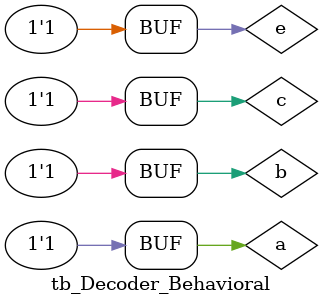
<source format=v>
`timescale 1ns / 1ps


module tb_Decoder_Behavioral;

    //inputs to be defined as registers
    reg e;
    reg a; 
    reg b;
    reg c;
    
    //outputs to be defined as wires
    wire d0;
    wire d1;
    wire d2;
    wire d3;
    wire d4;
    wire d5;
    wire d6;
    wire d7;
    
    //Initiat the unit under test (UUT)
    DecoderBehavioral uut (
        .ed(e),
        .ad(a),
        .bd(b),
        .cd(c),
        .d0(d0),
        .d1(d1),
        .d2(d2),
        .d3(d3),
        .d4(d4),
        .d5(d5),
        .d6(d6),
        .d7(d7)
    );
    
    initial begin
    //initialze inputs
    e = 0;
    a = 0;
    b = 0;
    c = 0;
    
    #50; //wait 50 seconds for global reset to finish
    
    //stimulus - all input combinations followed by some wait time to observe the o/p
    
    e = 0;
    a = 0;
    b = 0;
    c = 0;
    $display ("TC01");
    if (d0 != 1'b0) $display ("Result is wrong");
    
    e = 0;                                       
    a = 0;                                       
    b = 0;                                       
    c = 1;
    #50                                       
    $display ("TC02");                           
    if (d1 != 1'b0) $display ("Result is wrong"); 
    
    e = 0;                                       
    a = 0;                                       
    b = 1;                                       
    c = 0;
    #50                                       
    $display ("TC03");                           
    if (d2 != 1'b0) $display ("Result is wrong");
    
    e = 0;                                       
    a = 0;                                       
    b = 1;                                       
    c = 1;
    #50                                       
    $display ("TC04");                           
    if (d3 != 1'b0) $display ("Result is wrong");      
    
    e = 0;                                       
    a = 1;                                       
    b = 0;                                       
    c = 0;
    #50                                       
    $display ("TC05");                           
    if (d4 != 1'b0) $display ("Result is wrong");     
    
    e = 0;                                       
    a = 1;                                       
    b = 0;                                       
    c = 1;
    #50                                       
    $display ("TC06");                           
    if (d5 != 1'b0) $display ("Result is wrong");
    
    e = 0;                                       
    a = 1;                                       
    b = 1;                                       
    c = 0;
    #50                                       
    $display ("TC07");                           
    if (d6 != 1'b0) $display ("Result is wrong");
    
    e = 0;                                       
    a = 1;                                       
    b = 1;                                       
    c = 1;
    #50                                       
    $display ("TC08");                           
    if (d7 != 1'b0) $display ("Result is wrong");
    
    e = 1;                                       
    a = 0;                                       
    b = 0;                                       
    c = 0;
    #50                                       
    $display ("TC11");                           
    if (d7 != 1'b1) $display ("Result is wrong");
    
    e = 1;                                       
    a = 0;                                       
    b = 0;                                       
    c = 1;
    #50                                       
    $display ("TC12");                           
    if (d1 != 1'b1) $display ("Result is wrong"); 
    
    e = 1;                                       
    a = 0;                                       
    b = 1;                                       
    c = 0;
    #50                                       
    $display ("TC13");                           
    if (d2 != 1'b1) $display ("Result is wrong");
    
    e = 1;                                       
    a = 0;                                       
    b = 1;                                       
    c = 1;
    #50                                       
    $display ("TC14");                           
    if (d3 != 1'b1) $display ("Result is wrong");      
    
    e = 1;                                       
    a = 1;                                       
    b = 0;                                       
    c = 0;
    #50                                       
    $display ("TC15");                           
    if (d4 != 1'b1) $display ("Result is wrong");     
    
    e = 1;                                       
    a = 1;                                       
    b = 0;                                       
    c = 1;
    #50                                       
    $display ("TC16");                           
    if (d5 != 1'b1) $display ("Result is wrong");
    
    e = 1;                                       
    a = 1;                                       
    b = 1;                                       
    c = 0;
    #50                                       
    $display ("TC17");                           
    if (d6 != 1'b1) $display ("Result is wrong");
    
    e = 1;                                       
    a = 1;                                       
    b = 1;                                       
    c = 1;
    #50                                       
    $display ("TC18");                           
    if (d7 != 1'b1) $display ("Result is wrong");                   
    
    end
    
endmodule

</source>
